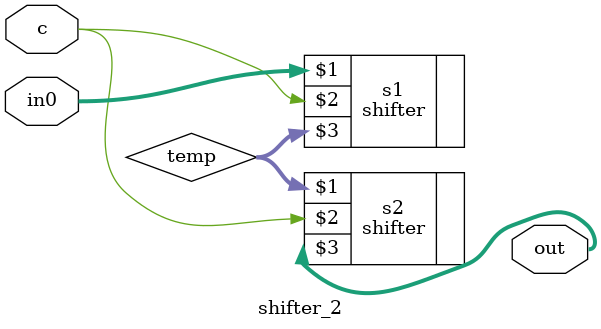
<source format=v>
`timescale 1ns / 1ps


module shifter_2(in0,c,out);
    input [31:0] in0;
    input c;
    output [31:0] out;
    wire [31:0] temp;
    shifter s1(in0,c,temp);
    shifter s2(temp,c,out);
endmodule

</source>
